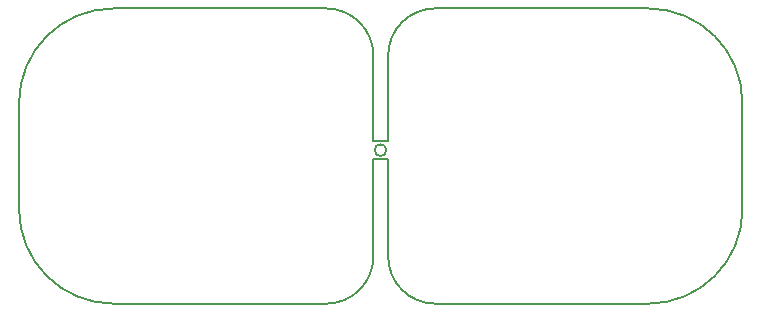
<source format=gm1>
G04 #@! TF.FileFunction,Profile,NP*
%FSLAX46Y46*%
G04 Gerber Fmt 4.6, Leading zero omitted, Abs format (unit mm)*
G04 Created by KiCad (PCBNEW 4.0.3-stable) date 03/15/17 04:31:11*
%MOMM*%
%LPD*%
G01*
G04 APERTURE LIST*
%ADD10C,0.100000*%
%ADD11C,0.150000*%
G04 APERTURE END LIST*
D10*
D11*
X110100000Y-60000000D02*
G75*
G03X110100000Y-60000000I-500000J0D01*
G01*
X109000000Y-60750000D02*
X110250000Y-60750000D01*
X109000000Y-59250000D02*
X110250000Y-59250000D01*
X110250000Y-60750000D02*
X110250000Y-67750000D01*
X109000000Y-67750000D02*
X109000000Y-60750000D01*
X110250000Y-53250000D02*
X110250000Y-59250000D01*
X109000000Y-53250000D02*
X109000000Y-59250000D01*
X110250000Y-53250000D02*
X110250000Y-53000000D01*
X109000000Y-53000000D02*
X109000000Y-53250000D01*
X110250000Y-67750000D02*
X110250000Y-68000000D01*
X109000000Y-68000000D02*
X109000000Y-67750000D01*
X110250000Y-52000000D02*
X110250000Y-53000000D01*
X109000000Y-52000000D02*
X109000000Y-53000000D01*
X110250000Y-68000000D02*
X110250000Y-69000000D01*
X109000000Y-68000000D02*
X109000000Y-69000000D01*
X110250000Y-69000000D02*
G75*
G03X114250000Y-73000000I4000000J0D01*
G01*
X114250000Y-48000000D02*
G75*
G03X110250000Y-52000000I0J-4000000D01*
G01*
X140250000Y-56000000D02*
G75*
G03X132250000Y-48000000I-8000000J0D01*
G01*
X132250000Y-73000000D02*
G75*
G03X140250000Y-65000000I0J8000000D01*
G01*
X132250000Y-48000000D02*
X114250000Y-48000000D01*
X114250000Y-73000000D02*
X132250000Y-73000000D01*
X140250000Y-65000000D02*
X140250000Y-56000000D01*
X79000000Y-56000000D02*
X79000000Y-65000000D01*
X105000000Y-48000000D02*
X87000000Y-48000000D01*
X87000000Y-73000000D02*
X105000000Y-73000000D01*
X87000000Y-48000000D02*
G75*
G03X79000000Y-56000000I0J-8000000D01*
G01*
X79000000Y-65000000D02*
G75*
G03X87000000Y-73000000I8000000J0D01*
G01*
X105000000Y-73000000D02*
G75*
G03X109000000Y-69000000I0J4000000D01*
G01*
X109000000Y-52000000D02*
G75*
G03X105000000Y-48000000I-4000000J0D01*
G01*
M02*

</source>
